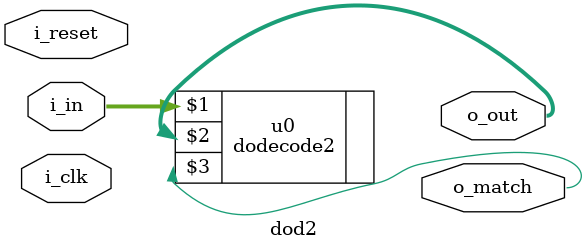
<source format=v>
`default_nettype   none
module dod2(i_clk, i_reset, i_in, o_out, o_match);

/* verilator lint_off UNUSED */
input wire i_clk;
input wire i_reset;
/* verilator lint_on UNUSED */

input wire [11:0] i_in;
output wire [3:0] o_out;	// binary encoding
output wire o_match;

dodecode2 u0(i_in, o_out, o_match);

endmodule

</source>
